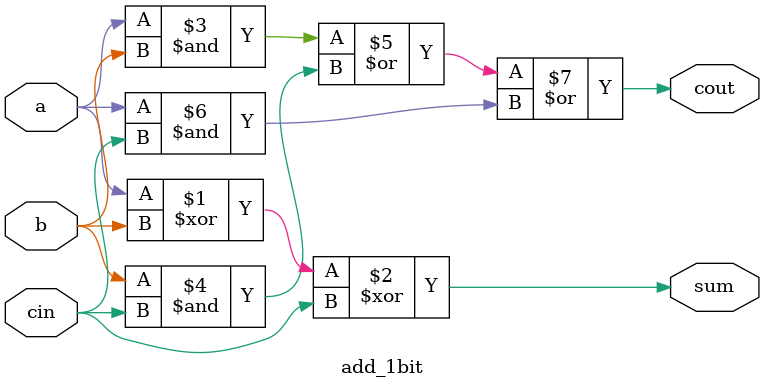
<source format=v>
module add_1bit(a, b, cin, sum, cout);

input a;
input b;
input cin;
output sum;
output cout;

assign sum = a ^ b ^ cin;
assign cout = a & b | b & cin | a & cin;

endmodule

</source>
